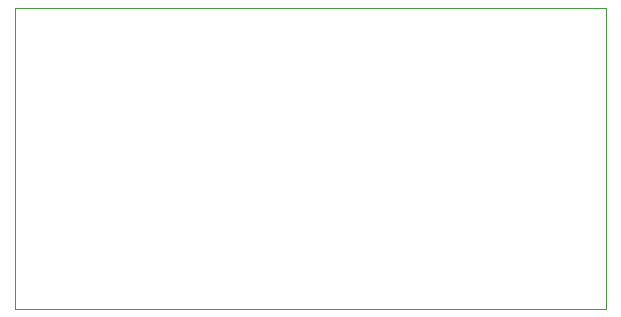
<source format=gbr>
%TF.GenerationSoftware,KiCad,Pcbnew,9.0.2*%
%TF.CreationDate,2025-06-05T14:58:04+05:30*%
%TF.ProjectId,fullwave rectifier,66756c6c-7761-4766-9520-726563746966,v1*%
%TF.SameCoordinates,Original*%
%TF.FileFunction,Profile,NP*%
%FSLAX46Y46*%
G04 Gerber Fmt 4.6, Leading zero omitted, Abs format (unit mm)*
G04 Created by KiCad (PCBNEW 9.0.2) date 2025-06-05 14:58:04*
%MOMM*%
%LPD*%
G01*
G04 APERTURE LIST*
%TA.AperFunction,Profile*%
%ADD10C,0.050000*%
%TD*%
G04 APERTURE END LIST*
D10*
X179827500Y-133000000D02*
X229827500Y-133000000D01*
X229827500Y-158500000D01*
X179827500Y-158500000D01*
X179827500Y-133000000D01*
M02*

</source>
